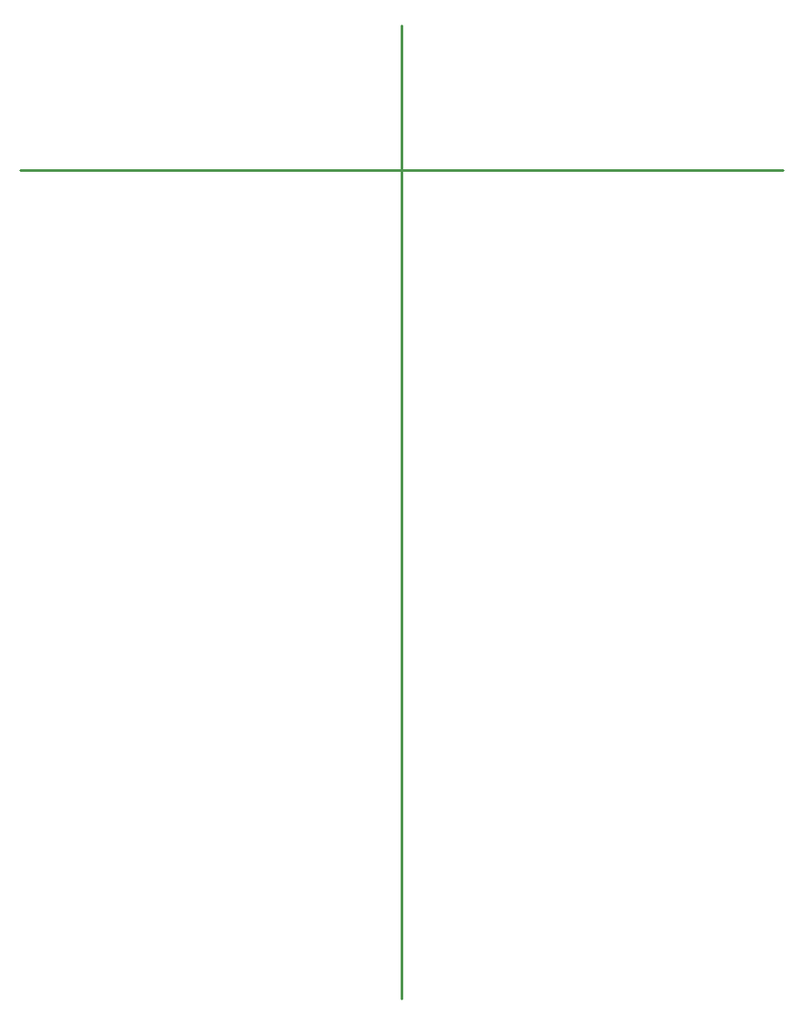
<source format=gm1>
G04*
G04 #@! TF.GenerationSoftware,Altium Limited,Altium Designer,24.0.1 (36)*
G04*
G04 Layer_Color=16711935*
%FSLAX44Y44*%
%MOMM*%
G71*
G04*
G04 #@! TF.SameCoordinates,2E35C3AD-188A-49CD-8274-300F61BF0D8F*
G04*
G04*
G04 #@! TF.FilePolarity,Positive*
G04*
G01*
G75*
%ADD12C,0.2540*%
D12*
X1003300Y368300D02*
Y1308100D01*
X635000Y1168400D02*
X1371600D01*
M02*

</source>
